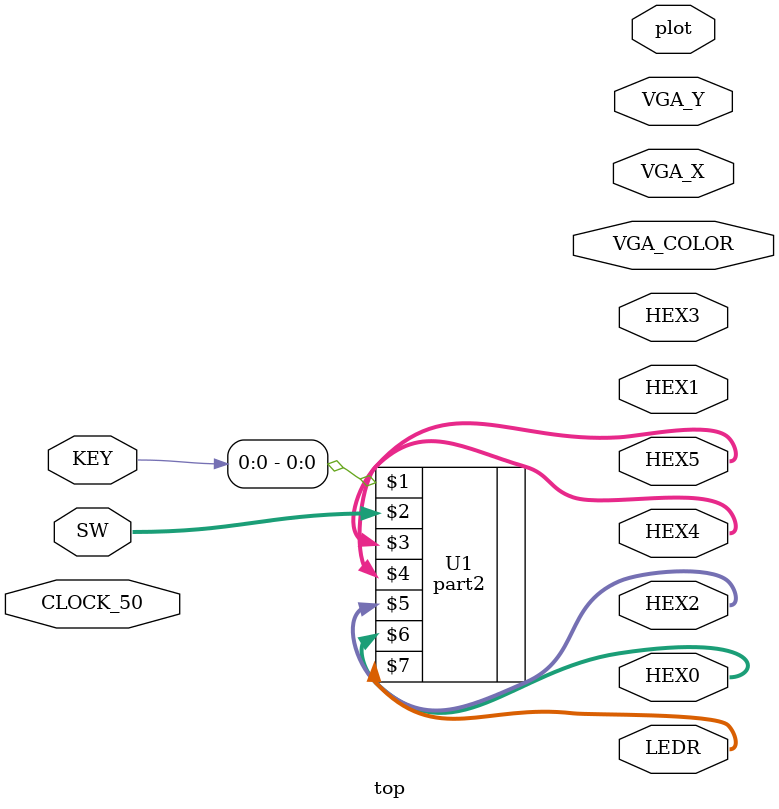
<source format=v>
module top (CLOCK_50, SW, KEY, HEX0, HEX1, HEX2, HEX3, HEX4, HEX5, LEDR, VGA_X, VGA_Y, VGA_COLOR, plot);

    input CLOCK_50;             // DE-series 50 MHz clock signal
    input wire [9:0] SW;        // DE-series switches
    input wire [3:0] KEY;       // DE-series pushbuttons

    output wire [6:0] HEX0;     // DE-series HEX displays
    output wire [6:0] HEX1;
    output wire [6:0] HEX2;
    output wire [6:0] HEX3;
    output wire [6:0] HEX4;
    output wire [6:0] HEX5;

    output wire [9:0] LEDR;     // DE-series LEDs   
    output wire [7:0] VGA_X;
    output wire [6:0] VGA_Y;
    output wire [2:0] VGA_COLOR;
    output wire plot;

    part2 U1 (KEY[0:0], SW, HEX5, HEX4, HEX2, HEX0, LEDR);

endmodule


</source>
